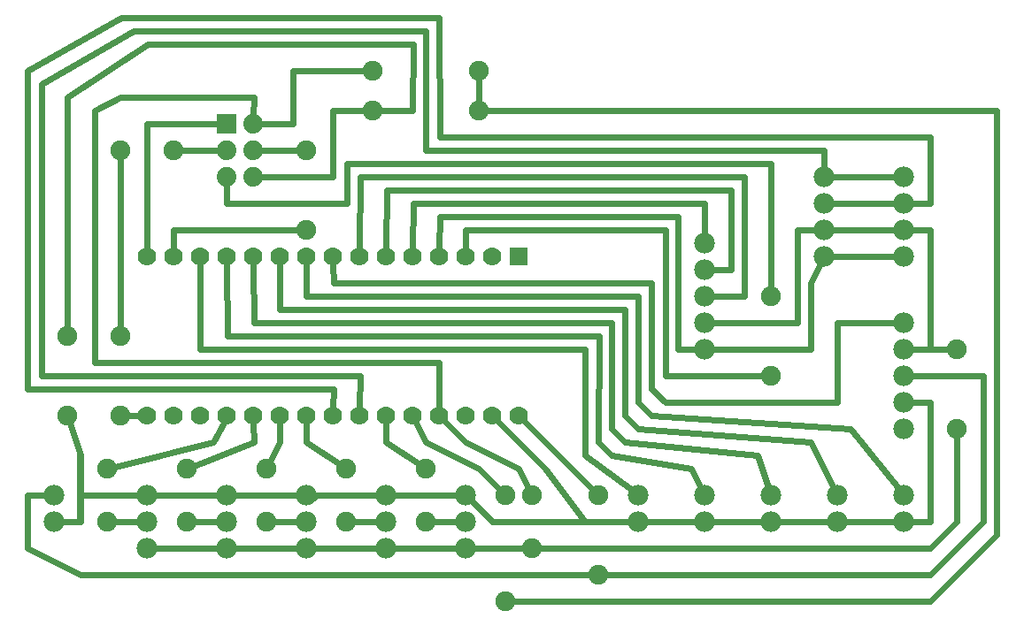
<source format=gbl>
G04 MADE WITH FRITZING*
G04 WWW.FRITZING.ORG*
G04 DOUBLE SIDED*
G04 HOLES PLATED*
G04 CONTOUR ON CENTER OF CONTOUR VECTOR*
%ASAXBY*%
%FSLAX23Y23*%
%MOIN*%
%OFA0B0*%
%SFA1.0B1.0*%
%ADD10C,0.075000*%
%ADD11C,0.078000*%
%ADD12C,0.070000*%
%ADD13C,0.074000*%
%ADD14R,0.070000X0.069972*%
%ADD15R,0.074000X0.074000*%
%ADD16C,0.024000*%
%ADD17R,0.001000X0.001000*%
%LNCOPPER0*%
G90*
G70*
G54D10*
X2863Y1261D03*
X2863Y961D03*
X413Y1811D03*
X613Y1811D03*
X1113Y1811D03*
X1113Y1511D03*
X3563Y1061D03*
X3563Y761D03*
X213Y1111D03*
X213Y811D03*
X1863Y511D03*
X1863Y111D03*
X413Y1111D03*
X413Y811D03*
G54D11*
X3063Y1711D03*
X3063Y1611D03*
X3063Y1511D03*
X3063Y1411D03*
G54D10*
X1763Y1961D03*
X1363Y1961D03*
X1363Y2111D03*
X1763Y2111D03*
G54D11*
X3363Y511D03*
X3363Y411D03*
X3113Y511D03*
X3113Y411D03*
X2863Y511D03*
X2863Y411D03*
X2613Y511D03*
X2613Y411D03*
X2363Y511D03*
X2363Y411D03*
X3363Y1161D03*
X3363Y1061D03*
X3363Y961D03*
X3363Y861D03*
X3363Y761D03*
X2613Y1061D03*
X2613Y1161D03*
X2613Y1261D03*
X2613Y1361D03*
X2613Y1461D03*
X3363Y1711D03*
X3363Y1611D03*
X3363Y1511D03*
X3363Y1411D03*
G54D12*
X1913Y1411D03*
X1813Y1411D03*
X1713Y1411D03*
X1613Y1411D03*
X1513Y1411D03*
X1413Y1411D03*
X1313Y1411D03*
X1213Y1411D03*
X1113Y1411D03*
X1013Y1411D03*
X913Y1411D03*
X813Y1411D03*
X713Y1411D03*
X613Y1411D03*
X513Y1411D03*
X1913Y811D03*
X1813Y811D03*
X1713Y811D03*
X1613Y811D03*
X1513Y811D03*
X1413Y811D03*
X1313Y811D03*
X1213Y811D03*
X1113Y811D03*
X1013Y811D03*
X913Y811D03*
X813Y811D03*
X713Y811D03*
X613Y811D03*
X513Y811D03*
G54D11*
X163Y411D03*
X163Y511D03*
X1713Y311D03*
X1713Y411D03*
X1713Y511D03*
X1413Y311D03*
X1413Y411D03*
X1413Y511D03*
X1113Y311D03*
X1113Y411D03*
X1113Y511D03*
X813Y311D03*
X813Y411D03*
X813Y511D03*
X513Y311D03*
X513Y411D03*
X513Y511D03*
G54D13*
X913Y1911D03*
X913Y1811D03*
X913Y1711D03*
X813Y1911D03*
X813Y1811D03*
X813Y1711D03*
G54D10*
X2213Y511D03*
X2213Y211D03*
X1563Y611D03*
X1563Y411D03*
X1263Y611D03*
X1263Y411D03*
X963Y611D03*
X963Y411D03*
X663Y611D03*
X663Y411D03*
X363Y611D03*
X363Y411D03*
X1963Y511D03*
X1963Y311D03*
G54D14*
X1913Y1411D03*
G54D15*
X813Y1911D03*
G54D16*
X514Y1910D02*
X782Y1910D01*
D02*
X513Y1440D02*
X514Y1910D01*
D02*
X1064Y1911D02*
X944Y1911D01*
D02*
X1063Y2112D02*
X1064Y1911D01*
D02*
X1335Y2111D02*
X1063Y2112D01*
D02*
X1213Y1961D02*
X1335Y1961D01*
D02*
X1213Y1711D02*
X1213Y1961D01*
D02*
X944Y1711D02*
X1213Y1711D01*
D02*
X414Y2012D02*
X915Y2012D01*
D02*
X915Y2012D02*
X914Y1942D01*
D02*
X315Y1961D02*
X414Y2012D01*
D02*
X315Y1011D02*
X315Y1961D01*
D02*
X1614Y1011D02*
X315Y1011D01*
D02*
X1613Y840D02*
X1614Y1011D01*
D02*
X2465Y960D02*
X2465Y1512D01*
D02*
X2465Y1512D02*
X1714Y1512D01*
D02*
X1714Y1512D02*
X1713Y1440D01*
D02*
X2835Y961D02*
X2465Y960D01*
D02*
X812Y1611D02*
X1265Y1611D01*
D02*
X1265Y1611D02*
X1265Y1762D01*
D02*
X813Y1679D02*
X812Y1611D01*
D02*
X1265Y1762D02*
X2863Y1762D01*
D02*
X2863Y1762D02*
X2863Y1289D01*
D02*
X782Y1811D02*
X642Y1811D01*
D02*
X413Y1139D02*
X413Y1782D01*
D02*
X1085Y1811D02*
X944Y1811D01*
D02*
X613Y1512D02*
X1085Y1511D01*
D02*
X613Y1440D02*
X613Y1512D01*
D02*
X1114Y510D02*
X843Y511D01*
D02*
X1142Y501D02*
X1114Y510D01*
D02*
X263Y411D02*
X263Y510D01*
D02*
X263Y510D02*
X483Y511D01*
D02*
X193Y411D02*
X263Y411D01*
D02*
X1813Y411D02*
X1735Y489D01*
D02*
X2163Y411D02*
X1813Y411D01*
D02*
X2012Y610D02*
X2163Y411D01*
D02*
X1834Y790D02*
X2012Y610D01*
D02*
X783Y511D02*
X543Y511D01*
D02*
X1383Y511D02*
X1143Y511D01*
D02*
X1683Y511D02*
X1443Y511D01*
D02*
X2163Y411D02*
X2012Y610D01*
D02*
X2012Y610D02*
X1834Y790D01*
D02*
X2333Y411D02*
X2163Y411D01*
D02*
X1592Y411D02*
X1683Y411D01*
D02*
X1292Y411D02*
X1383Y411D01*
D02*
X992Y411D02*
X1083Y411D01*
D02*
X692Y411D02*
X783Y411D01*
D02*
X392Y411D02*
X483Y411D01*
D02*
X764Y709D02*
X391Y617D01*
D02*
X801Y784D02*
X764Y709D01*
D02*
X915Y709D02*
X690Y621D01*
D02*
X914Y782D02*
X915Y709D01*
D02*
X1014Y709D02*
X976Y636D01*
D02*
X1014Y781D02*
X1014Y709D01*
D02*
X1114Y709D02*
X1239Y626D01*
D02*
X1113Y781D02*
X1114Y709D01*
D02*
X1412Y709D02*
X1539Y626D01*
D02*
X1413Y781D02*
X1412Y709D01*
D02*
X3535Y1061D02*
X3393Y1061D01*
D02*
X3562Y411D02*
X3563Y732D01*
D02*
X1992Y311D02*
X3463Y311D01*
D02*
X3463Y311D02*
X3562Y411D01*
D02*
X211Y2011D02*
X515Y2211D01*
D02*
X515Y2211D02*
X1515Y2211D01*
D02*
X1515Y2211D02*
X1511Y1959D01*
D02*
X1511Y1959D02*
X1392Y1960D01*
D02*
X213Y1139D02*
X211Y2011D01*
D02*
X263Y411D02*
X193Y411D01*
D02*
X222Y783D02*
X263Y661D01*
D02*
X3463Y109D02*
X3713Y360D01*
D02*
X3713Y360D02*
X3713Y1961D01*
D02*
X3713Y1961D02*
X1792Y1961D01*
D02*
X1892Y111D02*
X3463Y109D01*
D02*
X1563Y709D02*
X1526Y784D01*
D02*
X1762Y610D02*
X1563Y709D01*
D02*
X1843Y531D02*
X1762Y610D01*
D02*
X2962Y1162D02*
X2962Y1512D01*
D02*
X2962Y1512D02*
X3033Y1511D01*
D02*
X2643Y1161D02*
X2962Y1162D01*
D02*
X3083Y411D02*
X2893Y411D01*
D02*
X2411Y1311D02*
X1215Y1311D01*
D02*
X1215Y1311D02*
X1214Y1382D01*
D02*
X2413Y911D02*
X2411Y1311D01*
D02*
X3113Y1162D02*
X3113Y860D01*
D02*
X2465Y860D02*
X2413Y911D01*
D02*
X3113Y860D02*
X2465Y860D01*
D02*
X3333Y1161D02*
X3113Y1162D01*
D02*
X263Y212D02*
X64Y311D01*
D02*
X64Y311D02*
X64Y510D01*
D02*
X2185Y211D02*
X263Y212D01*
D02*
X64Y510D02*
X133Y511D01*
D02*
X3662Y411D02*
X3463Y211D01*
D02*
X3463Y211D02*
X2213Y211D01*
D02*
X3662Y960D02*
X3662Y411D01*
D02*
X3393Y961D02*
X3662Y960D01*
D02*
X1614Y1440D02*
X1615Y1562D01*
D02*
X1615Y1562D02*
X2511Y1559D01*
D02*
X2511Y1559D02*
X2513Y1059D01*
D02*
X2513Y1059D02*
X2583Y1060D01*
D02*
X3093Y1611D02*
X3333Y1611D01*
D02*
X1714Y709D02*
X1634Y790D01*
D02*
X1950Y536D02*
X1913Y610D01*
D02*
X1913Y610D02*
X1714Y709D01*
D02*
X1763Y1989D02*
X1763Y2082D01*
D02*
X2763Y1261D02*
X2763Y1711D01*
D02*
X2763Y1711D02*
X1315Y1711D01*
D02*
X2643Y1261D02*
X2763Y1261D01*
D02*
X1315Y1711D02*
X1313Y1440D01*
D02*
X1934Y790D02*
X2193Y531D01*
D02*
X3333Y411D02*
X3143Y411D01*
D02*
X3345Y534D02*
X3164Y761D01*
D02*
X2413Y812D02*
X2362Y860D01*
D02*
X3164Y761D02*
X2413Y812D01*
D02*
X2362Y860D02*
X2363Y1262D01*
D02*
X2363Y1262D02*
X1111Y1262D01*
D02*
X1111Y1262D02*
X1113Y1381D01*
D02*
X783Y311D02*
X543Y311D01*
D02*
X3093Y1711D02*
X3333Y1711D01*
D02*
X2712Y1361D02*
X2712Y1659D01*
D02*
X2712Y1659D02*
X1415Y1659D01*
D02*
X2643Y1361D02*
X2712Y1361D01*
D02*
X1415Y1659D02*
X1414Y1440D01*
D02*
X3393Y1060D02*
X3463Y1059D01*
D02*
X3463Y1059D02*
X3463Y1512D01*
D02*
X3463Y1512D02*
X3393Y1511D01*
D02*
X1383Y311D02*
X1143Y311D01*
D02*
X2854Y539D02*
X2814Y661D01*
D02*
X2314Y709D02*
X2263Y761D01*
D02*
X2814Y661D02*
X2314Y709D01*
D02*
X2263Y761D02*
X2263Y1159D01*
D02*
X2263Y1159D02*
X915Y1162D01*
D02*
X915Y1162D02*
X914Y1382D01*
D02*
X3463Y411D02*
X3463Y860D01*
D02*
X3393Y411D02*
X3463Y411D01*
D02*
X3463Y860D02*
X3393Y860D01*
D02*
X3333Y1411D02*
X3093Y1411D01*
D02*
X2393Y411D02*
X2583Y411D01*
D02*
X3063Y1741D02*
X3063Y1811D01*
D02*
X3063Y1811D02*
X1563Y1811D01*
D02*
X1563Y1811D02*
X1563Y2259D01*
D02*
X1563Y2259D02*
X463Y2259D01*
D02*
X463Y2259D02*
X115Y2059D01*
D02*
X115Y2059D02*
X115Y959D01*
D02*
X115Y959D02*
X1315Y959D01*
D02*
X1315Y959D02*
X1314Y840D01*
D02*
X1515Y1611D02*
X1514Y1440D01*
D02*
X2612Y1611D02*
X1515Y1611D01*
D02*
X2613Y1491D02*
X2612Y1611D01*
D02*
X2163Y661D02*
X2163Y1062D01*
D02*
X2339Y529D02*
X2163Y661D01*
D02*
X2163Y1062D02*
X711Y1059D01*
D02*
X711Y1059D02*
X713Y1382D01*
D02*
X2833Y411D02*
X2643Y411D01*
D02*
X3093Y1611D02*
X3463Y1611D01*
D02*
X3463Y1611D02*
X3463Y1861D01*
D02*
X3463Y1861D02*
X1615Y1859D01*
D02*
X1615Y1859D02*
X1611Y2311D01*
D02*
X1611Y2311D02*
X415Y2311D01*
D02*
X415Y2311D02*
X63Y2111D01*
D02*
X63Y2111D02*
X63Y911D01*
D02*
X63Y911D02*
X1215Y911D01*
D02*
X1215Y911D02*
X1214Y840D01*
D02*
X2362Y761D02*
X2314Y812D01*
D02*
X3014Y709D02*
X2362Y761D01*
D02*
X2314Y812D02*
X2311Y1211D01*
D02*
X3100Y538D02*
X3014Y709D01*
D02*
X2311Y1211D02*
X1011Y1211D01*
D02*
X1011Y1211D02*
X1013Y1381D01*
D02*
X1743Y311D02*
X1935Y311D01*
D02*
X1083Y311D02*
X843Y311D01*
D02*
X3093Y1511D02*
X3333Y1511D01*
D02*
X1683Y311D02*
X1443Y311D01*
D02*
X3014Y1310D02*
X3014Y1059D01*
D02*
X3014Y1059D02*
X2643Y1061D01*
D02*
X3050Y1384D02*
X3014Y1310D01*
D02*
X2215Y1111D02*
X815Y1111D01*
D02*
X815Y1111D02*
X813Y1381D01*
D02*
X2214Y709D02*
X2215Y1111D01*
D02*
X2263Y661D02*
X2214Y709D01*
D02*
X2564Y610D02*
X2263Y661D01*
D02*
X2600Y538D02*
X2564Y610D01*
D02*
X484Y811D02*
X442Y811D01*
G54D17*
X260Y674D02*
X266Y674D01*
X258Y673D02*
X268Y673D01*
X256Y672D02*
X270Y672D01*
X255Y671D02*
X271Y671D01*
X254Y670D02*
X272Y670D01*
X253Y669D02*
X272Y669D01*
X253Y668D02*
X273Y668D01*
X252Y667D02*
X273Y667D01*
X252Y666D02*
X274Y666D01*
X252Y665D02*
X274Y665D01*
X252Y664D02*
X274Y664D01*
X251Y663D02*
X274Y663D01*
X251Y662D02*
X274Y662D01*
X251Y661D02*
X274Y661D01*
X251Y660D02*
X274Y660D01*
X251Y659D02*
X274Y659D01*
X251Y658D02*
X274Y658D01*
X251Y657D02*
X274Y657D01*
X251Y656D02*
X274Y656D01*
X251Y655D02*
X274Y655D01*
X251Y654D02*
X274Y654D01*
X251Y653D02*
X274Y653D01*
X251Y652D02*
X274Y652D01*
X251Y651D02*
X274Y651D01*
X251Y650D02*
X274Y650D01*
X251Y649D02*
X274Y649D01*
X251Y648D02*
X274Y648D01*
X251Y647D02*
X274Y647D01*
X251Y646D02*
X274Y646D01*
X251Y645D02*
X274Y645D01*
X251Y644D02*
X274Y644D01*
X251Y643D02*
X274Y643D01*
X251Y642D02*
X274Y642D01*
X251Y641D02*
X274Y641D01*
X251Y640D02*
X274Y640D01*
X251Y639D02*
X274Y639D01*
X251Y638D02*
X274Y638D01*
X251Y637D02*
X274Y637D01*
X251Y636D02*
X274Y636D01*
X251Y635D02*
X274Y635D01*
X251Y634D02*
X274Y634D01*
X251Y633D02*
X274Y633D01*
X251Y632D02*
X274Y632D01*
X251Y631D02*
X274Y631D01*
X251Y630D02*
X274Y630D01*
X251Y629D02*
X274Y629D01*
X251Y628D02*
X274Y628D01*
X251Y627D02*
X274Y627D01*
X251Y626D02*
X274Y626D01*
X251Y625D02*
X274Y625D01*
X251Y624D02*
X274Y624D01*
X251Y623D02*
X274Y623D01*
X251Y622D02*
X274Y622D01*
X251Y621D02*
X274Y621D01*
X251Y620D02*
X274Y620D01*
X251Y619D02*
X274Y619D01*
X251Y618D02*
X274Y618D01*
X251Y617D02*
X274Y617D01*
X251Y616D02*
X274Y616D01*
X251Y615D02*
X274Y615D01*
X251Y614D02*
X274Y614D01*
X251Y613D02*
X274Y613D01*
X251Y612D02*
X274Y612D01*
X251Y611D02*
X274Y611D01*
X251Y610D02*
X274Y610D01*
X251Y609D02*
X274Y609D01*
X251Y608D02*
X274Y608D01*
X251Y607D02*
X274Y607D01*
X251Y606D02*
X274Y606D01*
X251Y605D02*
X274Y605D01*
X251Y604D02*
X274Y604D01*
X251Y603D02*
X274Y603D01*
X251Y602D02*
X274Y602D01*
X251Y601D02*
X274Y601D01*
X251Y600D02*
X274Y600D01*
X251Y599D02*
X274Y599D01*
X251Y598D02*
X274Y598D01*
X251Y597D02*
X274Y597D01*
X251Y596D02*
X274Y596D01*
X251Y595D02*
X274Y595D01*
X251Y594D02*
X274Y594D01*
X251Y593D02*
X274Y593D01*
X251Y592D02*
X274Y592D01*
X251Y591D02*
X274Y591D01*
X251Y590D02*
X274Y590D01*
X251Y589D02*
X274Y589D01*
X251Y588D02*
X274Y588D01*
X251Y587D02*
X274Y587D01*
X251Y586D02*
X274Y586D01*
X251Y585D02*
X274Y585D01*
X251Y584D02*
X274Y584D01*
X251Y583D02*
X274Y583D01*
X251Y582D02*
X274Y582D01*
X251Y581D02*
X274Y581D01*
X251Y580D02*
X274Y580D01*
X251Y579D02*
X274Y579D01*
X251Y578D02*
X274Y578D01*
X251Y577D02*
X274Y577D01*
X251Y576D02*
X274Y576D01*
X251Y575D02*
X274Y575D01*
X251Y574D02*
X274Y574D01*
X251Y573D02*
X274Y573D01*
X251Y572D02*
X274Y572D01*
X251Y571D02*
X274Y571D01*
X251Y570D02*
X274Y570D01*
X251Y569D02*
X274Y569D01*
X251Y568D02*
X274Y568D01*
X251Y567D02*
X274Y567D01*
X251Y566D02*
X274Y566D01*
X251Y565D02*
X274Y565D01*
X251Y564D02*
X274Y564D01*
X251Y563D02*
X274Y563D01*
X251Y562D02*
X274Y562D01*
X251Y561D02*
X274Y561D01*
X251Y560D02*
X274Y560D01*
X251Y559D02*
X274Y559D01*
X251Y558D02*
X274Y558D01*
X251Y557D02*
X274Y557D01*
X251Y556D02*
X274Y556D01*
X251Y555D02*
X274Y555D01*
X251Y554D02*
X274Y554D01*
X251Y553D02*
X274Y553D01*
X251Y552D02*
X274Y552D01*
X251Y551D02*
X274Y551D01*
X251Y550D02*
X274Y550D01*
X251Y549D02*
X274Y549D01*
X251Y548D02*
X274Y548D01*
X251Y547D02*
X274Y547D01*
X251Y546D02*
X274Y546D01*
X251Y545D02*
X274Y545D01*
X251Y544D02*
X274Y544D01*
X251Y543D02*
X274Y543D01*
X251Y542D02*
X274Y542D01*
X251Y541D02*
X274Y541D01*
X251Y540D02*
X274Y540D01*
X251Y539D02*
X274Y539D01*
X251Y538D02*
X274Y538D01*
X251Y537D02*
X274Y537D01*
X251Y536D02*
X274Y536D01*
X251Y535D02*
X274Y535D01*
X251Y534D02*
X274Y534D01*
X251Y533D02*
X274Y533D01*
X251Y532D02*
X274Y532D01*
X251Y531D02*
X274Y531D01*
X251Y530D02*
X274Y530D01*
X251Y529D02*
X274Y529D01*
X251Y528D02*
X274Y528D01*
X251Y527D02*
X274Y527D01*
X251Y526D02*
X274Y526D01*
X251Y525D02*
X274Y525D01*
X251Y524D02*
X274Y524D01*
X251Y523D02*
X274Y523D01*
X251Y522D02*
X274Y522D01*
X251Y521D02*
X274Y521D01*
X251Y520D02*
X274Y520D01*
X251Y519D02*
X274Y519D01*
X251Y518D02*
X274Y518D01*
X251Y517D02*
X274Y517D01*
X251Y516D02*
X274Y516D01*
X251Y515D02*
X274Y515D01*
X251Y514D02*
X274Y514D01*
X251Y513D02*
X274Y513D01*
X251Y512D02*
X274Y512D01*
X251Y511D02*
X274Y511D01*
X251Y510D02*
X274Y510D01*
X251Y509D02*
X274Y509D01*
X251Y508D02*
X274Y508D01*
X251Y507D02*
X274Y507D01*
X251Y506D02*
X274Y506D01*
X251Y505D02*
X274Y505D01*
X251Y504D02*
X274Y504D01*
X251Y503D02*
X274Y503D01*
X251Y502D02*
X274Y502D01*
X251Y501D02*
X274Y501D01*
X251Y500D02*
X274Y500D01*
X251Y499D02*
X274Y499D01*
X251Y498D02*
X274Y498D01*
X251Y497D02*
X274Y497D01*
X251Y496D02*
X274Y496D01*
X251Y495D02*
X274Y495D01*
X251Y494D02*
X274Y494D01*
X251Y493D02*
X274Y493D01*
X251Y492D02*
X274Y492D01*
X251Y491D02*
X274Y491D01*
X251Y490D02*
X274Y490D01*
X251Y489D02*
X274Y489D01*
X251Y488D02*
X274Y488D01*
X251Y487D02*
X274Y487D01*
X251Y486D02*
X274Y486D01*
X251Y485D02*
X274Y485D01*
X251Y484D02*
X274Y484D01*
X251Y483D02*
X274Y483D01*
X251Y482D02*
X274Y482D01*
X251Y481D02*
X274Y481D01*
X251Y480D02*
X274Y480D01*
X251Y479D02*
X274Y479D01*
X251Y478D02*
X274Y478D01*
X251Y477D02*
X274Y477D01*
X251Y476D02*
X274Y476D01*
X251Y475D02*
X274Y475D01*
X251Y474D02*
X274Y474D01*
X251Y473D02*
X274Y473D01*
X251Y472D02*
X274Y472D01*
X251Y471D02*
X274Y471D01*
X251Y470D02*
X274Y470D01*
X251Y469D02*
X274Y469D01*
X251Y468D02*
X274Y468D01*
X251Y467D02*
X274Y467D01*
X251Y466D02*
X274Y466D01*
X251Y465D02*
X274Y465D01*
X251Y464D02*
X274Y464D01*
X251Y463D02*
X274Y463D01*
X251Y462D02*
X274Y462D01*
X251Y461D02*
X274Y461D01*
X251Y460D02*
X274Y460D01*
X251Y459D02*
X274Y459D01*
X251Y458D02*
X274Y458D01*
X251Y457D02*
X274Y457D01*
X251Y456D02*
X274Y456D01*
X251Y455D02*
X274Y455D01*
X251Y454D02*
X274Y454D01*
X251Y453D02*
X274Y453D01*
X251Y452D02*
X274Y452D01*
X251Y451D02*
X274Y451D01*
X251Y450D02*
X274Y450D01*
X251Y449D02*
X274Y449D01*
X251Y448D02*
X274Y448D01*
X251Y447D02*
X274Y447D01*
X251Y446D02*
X274Y446D01*
X251Y445D02*
X274Y445D01*
X251Y444D02*
X274Y444D01*
X251Y443D02*
X274Y443D01*
X251Y442D02*
X274Y442D01*
X251Y441D02*
X274Y441D01*
X251Y440D02*
X274Y440D01*
X251Y439D02*
X274Y439D01*
X251Y438D02*
X274Y438D01*
X251Y437D02*
X274Y437D01*
X251Y436D02*
X274Y436D01*
X251Y435D02*
X274Y435D01*
X251Y434D02*
X274Y434D01*
X251Y433D02*
X274Y433D01*
X251Y432D02*
X274Y432D01*
X251Y431D02*
X274Y431D01*
X251Y430D02*
X274Y430D01*
X251Y429D02*
X274Y429D01*
X251Y428D02*
X274Y428D01*
X251Y427D02*
X274Y427D01*
X251Y426D02*
X274Y426D01*
X251Y425D02*
X274Y425D01*
X251Y424D02*
X274Y424D01*
X251Y423D02*
X274Y423D01*
X251Y422D02*
X274Y422D01*
X251Y421D02*
X274Y421D01*
X251Y420D02*
X274Y420D01*
X251Y419D02*
X274Y419D01*
X251Y418D02*
X274Y418D01*
X251Y417D02*
X274Y417D01*
X251Y416D02*
X274Y416D01*
X251Y415D02*
X274Y415D01*
X251Y414D02*
X274Y414D01*
X251Y413D02*
X274Y413D01*
X251Y412D02*
X274Y412D01*
X252Y411D02*
X274Y411D01*
X252Y410D02*
X274Y410D01*
X252Y409D02*
X274Y409D01*
X252Y408D02*
X274Y408D01*
X253Y407D02*
X273Y407D01*
X253Y406D02*
X273Y406D01*
X254Y405D02*
X272Y405D01*
X255Y404D02*
X271Y404D01*
X256Y403D02*
X270Y403D01*
X257Y402D02*
X268Y402D01*
X259Y401D02*
X266Y401D01*
D02*
G04 End of Copper0*
M02*
</source>
